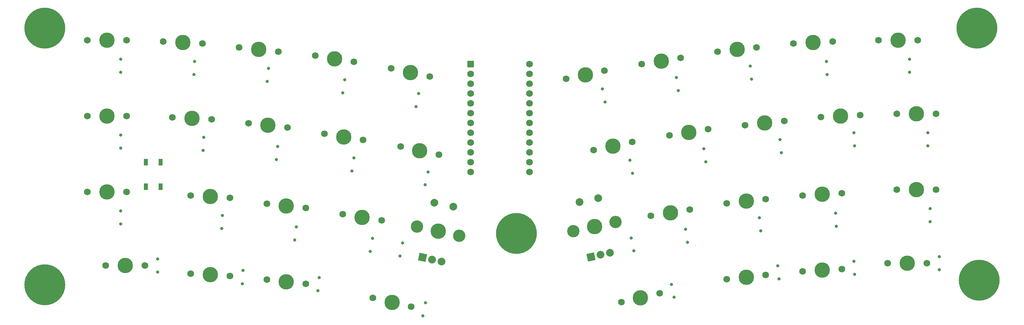
<source format=gbr>
%TF.GenerationSoftware,KiCad,Pcbnew,(6.0.4)*%
%TF.CreationDate,2022-10-29T14:00:47-07:00*%
%TF.ProjectId,tiddlywink_square,74696464-6c79-4776-996e-6b5f73717561,rev?*%
%TF.SameCoordinates,Original*%
%TF.FileFunction,Soldermask,Top*%
%TF.FilePolarity,Negative*%
%FSLAX46Y46*%
G04 Gerber Fmt 4.6, Leading zero omitted, Abs format (unit mm)*
G04 Created by KiCad (PCBNEW (6.0.4)) date 2022-10-29 14:00:47*
%MOMM*%
%LPD*%
G01*
G04 APERTURE LIST*
G04 Aperture macros list*
%AMRotRect*
0 Rectangle, with rotation*
0 The origin of the aperture is its center*
0 $1 length*
0 $2 width*
0 $3 Rotation angle, in degrees counterclockwise*
0 Add horizontal line*
21,1,$1,$2,0,0,$3*%
G04 Aperture macros list end*
%ADD10C,1.750000*%
%ADD11C,3.987800*%
%ADD12R,1.000000X1.700000*%
%ADD13C,0.900000*%
%ADD14C,10.600000*%
%ADD15RotRect,2.000000X2.000000X78.000000*%
%ADD16C,2.000000*%
%ADD17C,3.200000*%
%ADD18R,1.752600X1.752600*%
%ADD19C,1.752600*%
%ADD20RotRect,2.000000X2.000000X102.000000*%
%ADD21C,0.800000*%
G04 APERTURE END LIST*
D10*
%TO.C,MX30*%
X247967704Y-66079743D03*
X237807704Y-66079743D03*
D11*
X242887704Y-66079743D03*
%TD*%
D10*
%TO.C,MX13*%
X80061609Y-49941984D03*
D11*
X75009438Y-49410979D03*
D10*
X69957267Y-48879974D03*
%TD*%
%TO.C,MX24*%
X94399814Y-72428812D03*
D11*
X99417271Y-73223499D03*
D10*
X104434728Y-74018186D03*
%TD*%
D11*
%TO.C,MX18*%
X203597046Y-48815666D03*
D10*
X198544875Y-49346671D03*
X208649217Y-48284661D03*
%TD*%
%TO.C,MX10*%
X243205200Y-27384398D03*
D11*
X238125200Y-27384398D03*
D10*
X233045200Y-27384398D03*
%TD*%
%TO.C,MX29*%
X223552909Y-67004502D03*
D11*
X218479871Y-67270369D03*
D10*
X213406833Y-67536236D03*
%TD*%
%TO.C,MX8*%
X201505461Y-29234645D03*
X191401119Y-30296655D03*
D11*
X196453290Y-29765650D03*
%TD*%
D10*
%TO.C,MX6*%
X162131622Y-35257902D03*
X152193642Y-37370284D03*
D11*
X157162632Y-36314093D03*
%TD*%
D10*
%TO.C,MX27*%
X174171756Y-72827560D03*
X184206670Y-71238186D03*
D11*
X179189213Y-72032873D03*
%TD*%
D10*
%TO.C,MX31*%
X33020032Y-85725072D03*
D11*
X38100032Y-85725072D03*
D10*
X43180032Y-85725072D03*
%TD*%
D12*
%TO.C,RST1*%
X43400000Y-65280000D03*
X43400000Y-58980000D03*
X47200000Y-65280000D03*
X47200000Y-58980000D03*
%TD*%
D13*
%TO.C,REF\u002A\u002A*%
X21239077Y-24220962D03*
X14453328Y-21410213D03*
X13289077Y-24220962D03*
X17264077Y-20245962D03*
X20074826Y-27031711D03*
X14453328Y-27031711D03*
D14*
X17264077Y-24220962D03*
D13*
X20074826Y-21410213D03*
X17264077Y-28195962D03*
%TD*%
D14*
%TO.C,REF\u002A\u002A*%
X259159155Y-89494950D03*
D13*
X263134155Y-89494950D03*
X255184155Y-89494950D03*
X256348406Y-92305699D03*
X259159155Y-85519950D03*
X261969904Y-86684201D03*
X256348406Y-86684201D03*
X261969904Y-92305699D03*
X259159155Y-93469950D03*
%TD*%
D11*
%TO.C,MX28*%
X198834542Y-69056308D03*
D10*
X193782371Y-69587313D03*
X203886713Y-68525303D03*
%TD*%
%TO.C,MX36*%
X193782371Y-89232642D03*
X203886713Y-88170632D03*
D11*
X198834542Y-88701637D03*
%TD*%
D10*
%TO.C,MX4*%
X87256058Y-31352215D03*
D11*
X92273515Y-32146902D03*
D10*
X97290972Y-32941589D03*
%TD*%
D11*
%TO.C,MX22*%
X60126613Y-67865682D03*
D10*
X55053575Y-67599815D03*
X65199651Y-68131549D03*
%TD*%
D11*
%TO.C,MX25*%
X119062600Y-76795377D03*
%TD*%
D15*
%TO.C,KNOB2*%
X115057893Y-83611705D03*
D16*
X119948631Y-84651263D03*
X117503262Y-84131484D03*
D17*
X113584973Y-75631072D03*
X124540227Y-77959682D03*
D16*
X122963351Y-70468123D03*
X118072613Y-69428565D03*
%TD*%
D13*
%TO.C,REF\u002A\u002A*%
X139303242Y-73415690D03*
X136492493Y-74579941D03*
X143278242Y-77390690D03*
X135328242Y-77390690D03*
D14*
X139303242Y-77390690D03*
D13*
X136492493Y-80201439D03*
X142113991Y-74579941D03*
X142113991Y-80201439D03*
X139303242Y-81365690D03*
%TD*%
D10*
%TO.C,MX15*%
X119269086Y-57015613D03*
X109331106Y-54903231D03*
D11*
X114300096Y-55959422D03*
%TD*%
D10*
%TO.C,MX17*%
X178934260Y-51991605D03*
D11*
X183951717Y-51196918D03*
D10*
X188969174Y-50402231D03*
%TD*%
%TO.C,MX3*%
X67576015Y-29234645D03*
D11*
X72628186Y-29765650D03*
D10*
X77680357Y-30296655D03*
%TD*%
%TO.C,MX34*%
X102206540Y-94107329D03*
D11*
X107156340Y-95250080D03*
D10*
X112106140Y-96392831D03*
%TD*%
D18*
%TO.C,PM1*%
X127516051Y-33552638D03*
D19*
X127516051Y-36092638D03*
X127516051Y-38632638D03*
X127516051Y-41172638D03*
X127516051Y-43712638D03*
X127516051Y-46252638D03*
X127516051Y-48792638D03*
X127516051Y-51332638D03*
X127516051Y-53872638D03*
X127516051Y-56412638D03*
X127516051Y-58952638D03*
X127516051Y-61492638D03*
X142756051Y-61492638D03*
X142756051Y-58952638D03*
X142756051Y-56412638D03*
X142756051Y-53872638D03*
X142756051Y-51332638D03*
X142756051Y-48792638D03*
X142756051Y-46252638D03*
X142756051Y-43712638D03*
X142756051Y-41172638D03*
X142756051Y-38632638D03*
X142756051Y-36092638D03*
X142756051Y-33552638D03*
%TD*%
D10*
%TO.C,MX38*%
X235426452Y-85129759D03*
X245586452Y-85129759D03*
D11*
X240506452Y-85129759D03*
%TD*%
%TO.C,MX7*%
X176807961Y-32742215D03*
D10*
X171790504Y-33536902D03*
X181825418Y-31947528D03*
%TD*%
D13*
%TO.C,REF\u002A\u002A*%
X20074826Y-87875269D03*
X21239077Y-90686018D03*
X20074826Y-93496767D03*
X17264077Y-94661018D03*
X14453328Y-87875269D03*
D14*
X17264077Y-90686018D03*
D13*
X17264077Y-86711018D03*
X13289077Y-90686018D03*
X14453328Y-93496767D03*
%TD*%
D10*
%TO.C,MX32*%
X65199651Y-88372191D03*
X55053575Y-87840457D03*
D11*
X60126613Y-88106324D03*
%TD*%
D10*
%TO.C,MX19*%
X228315413Y-46763860D03*
D11*
X223242375Y-47029727D03*
D10*
X218169337Y-47295594D03*
%TD*%
%TO.C,MX9*%
X221171657Y-27713844D03*
D11*
X216098619Y-27979711D03*
D10*
X211025581Y-28245578D03*
%TD*%
%TO.C,MX35*%
X176399944Y-92916703D03*
X166500344Y-95202205D03*
D11*
X171450144Y-94059454D03*
%TD*%
D10*
%TO.C,MX20*%
X237807704Y-46434414D03*
D11*
X242887704Y-46434414D03*
D10*
X247967704Y-46434414D03*
%TD*%
%TO.C,MX23*%
X84824113Y-70777939D03*
X74719771Y-69715929D03*
D11*
X79771942Y-70246934D03*
%TD*%
D10*
%TO.C,MX33*%
X84824113Y-90423268D03*
X74719771Y-89361258D03*
D11*
X79771942Y-89892263D03*
%TD*%
D20*
%TO.C,KNOB1*%
X158657853Y-83460637D03*
D16*
X163548591Y-82421079D03*
X161103222Y-82940858D03*
D17*
X165021511Y-74440446D03*
X154066257Y-76769056D03*
D16*
X160533871Y-68237939D03*
X155643133Y-69277497D03*
%TD*%
D11*
%TO.C,MX14*%
X94654767Y-52387544D03*
D10*
X99672224Y-53182231D03*
X89637310Y-51592857D03*
%TD*%
%TO.C,MX37*%
X223552909Y-86649831D03*
X213406833Y-87181565D03*
D11*
X218479871Y-86915698D03*
%TD*%
%TO.C,MX21*%
X33337528Y-66675056D03*
D10*
X38417528Y-66675056D03*
X28257528Y-66675056D03*
%TD*%
D11*
%TO.C,MX12*%
X55364109Y-47625040D03*
D10*
X60437147Y-47890907D03*
X50291071Y-47359173D03*
%TD*%
D11*
%TO.C,MX2*%
X52982857Y-27979711D03*
D10*
X47909819Y-27713844D03*
X58055895Y-28245578D03*
%TD*%
D14*
%TO.C,REF\u002A\u002A*%
X258564155Y-24209520D03*
D13*
X258564155Y-28184520D03*
X258564155Y-20234520D03*
X261374904Y-21398771D03*
X255753406Y-27020269D03*
X261374904Y-27020269D03*
X255753406Y-21398771D03*
X254589155Y-24209520D03*
X262539155Y-24209520D03*
%TD*%
D10*
%TO.C,MX5*%
X106949854Y-34662589D03*
D11*
X111918844Y-35718780D03*
D10*
X116887834Y-36774971D03*
%TD*%
%TO.C,MX11*%
X38417528Y-47029727D03*
D11*
X33337528Y-47029727D03*
D10*
X28257528Y-47029727D03*
%TD*%
D11*
%TO.C,MX16*%
X164306388Y-54768796D03*
D10*
X159337398Y-55824987D03*
X169275378Y-53712605D03*
%TD*%
%TO.C,MX1*%
X28257528Y-27384398D03*
X38417528Y-27384398D03*
D11*
X33337528Y-27384398D03*
%TD*%
%TO.C,MX26*%
X159543884Y-75604751D03*
%TD*%
D21*
%TO.C,D17*%
X188384847Y-58829118D03*
X187852969Y-55470978D03*
%TD*%
%TO.C,D13*%
X77212992Y-58245422D03*
X77568388Y-54864048D03*
%TD*%
%TO.C,D14*%
X96770080Y-61210370D03*
X97301958Y-57852230D03*
%TD*%
%TO.C,D33*%
X87928478Y-92178111D03*
X88283874Y-88796737D03*
%TD*%
%TO.C,D3*%
X74831740Y-38004780D03*
X75187136Y-34623406D03*
%TD*%
%TO.C,D38*%
X248840834Y-86829759D03*
X248840834Y-83429759D03*
%TD*%
%TO.C,D9*%
X219759468Y-36225824D03*
X219581526Y-32830484D03*
%TD*%
%TO.C,D10*%
X241101765Y-35632841D03*
X241101765Y-32232841D03*
%TD*%
%TO.C,D31*%
X46434414Y-87425072D03*
X46434414Y-84025072D03*
%TD*%
%TO.C,D11*%
X36909406Y-55278170D03*
X36909406Y-51878170D03*
%TD*%
%TO.C,D15*%
X115732585Y-64766029D03*
X116439485Y-61440327D03*
%TD*%
%TO.C,D24*%
X101532584Y-82046325D03*
X102064462Y-78688185D03*
%TD*%
%TO.C,D37*%
X226903224Y-88018055D03*
X226725282Y-84622715D03*
%TD*%
%TO.C,D16*%
X169422342Y-61789464D03*
X168715442Y-58463762D03*
%TD*%
%TO.C,D12*%
X58251703Y-55871153D03*
X58429645Y-52475813D03*
%TD*%
%TO.C,D32*%
X68372024Y-90399307D03*
X68549966Y-87003967D03*
%TD*%
%TO.C,D18*%
X207941935Y-56459483D03*
X207586539Y-53078109D03*
%TD*%
%TO.C,D7*%
X181241091Y-40374415D03*
X180709213Y-37016275D03*
%TD*%
%TO.C,D29*%
X222140720Y-75516482D03*
X221962778Y-72121142D03*
%TD*%
%TO.C,D1*%
X36909406Y-35632841D03*
X36909406Y-32232841D03*
%TD*%
%TO.C,D20*%
X245864269Y-54682857D03*
X245864269Y-51282857D03*
%TD*%
%TO.C,D19*%
X226903224Y-54680527D03*
X226725282Y-51285187D03*
%TD*%
%TO.C,D28*%
X202584118Y-76700125D03*
X202228722Y-73318751D03*
%TD*%
%TO.C,D27*%
X183622343Y-79665073D03*
X183090465Y-76306933D03*
%TD*%
%TO.C,D8*%
X200202866Y-37409467D03*
X199847470Y-34028093D03*
%TD*%
%TO.C,D2*%
X55870451Y-36225824D03*
X56048393Y-32830484D03*
%TD*%
%TO.C,D26*%
X169775792Y-81907018D03*
X169068892Y-78581316D03*
%TD*%
%TO.C,D23*%
X81975496Y-79081377D03*
X82330892Y-75700003D03*
%TD*%
%TO.C,D6*%
X162278586Y-43334761D03*
X161571686Y-40009059D03*
%TD*%
%TO.C,D30*%
X246459582Y-74328186D03*
X246459582Y-70928186D03*
%TD*%
%TO.C,D25*%
X109184142Y-83220732D03*
X109891042Y-79895030D03*
%TD*%
%TO.C,D22*%
X63014207Y-76111795D03*
X63192149Y-72716455D03*
%TD*%
%TO.C,D36*%
X207346622Y-89201698D03*
X206991226Y-85820324D03*
%TD*%
%TO.C,D5*%
X113351333Y-44525387D03*
X114058233Y-41199685D03*
%TD*%
%TO.C,D35*%
X180137976Y-93936366D03*
X179431076Y-90610664D03*
%TD*%
%TO.C,D4*%
X94388828Y-40969728D03*
X94920706Y-37611588D03*
%TD*%
%TO.C,D34*%
X115137272Y-98698870D03*
X115844172Y-95373168D03*
%TD*%
%TO.C,D21*%
X36909406Y-74923499D03*
X36909406Y-71523499D03*
%TD*%
M02*

</source>
